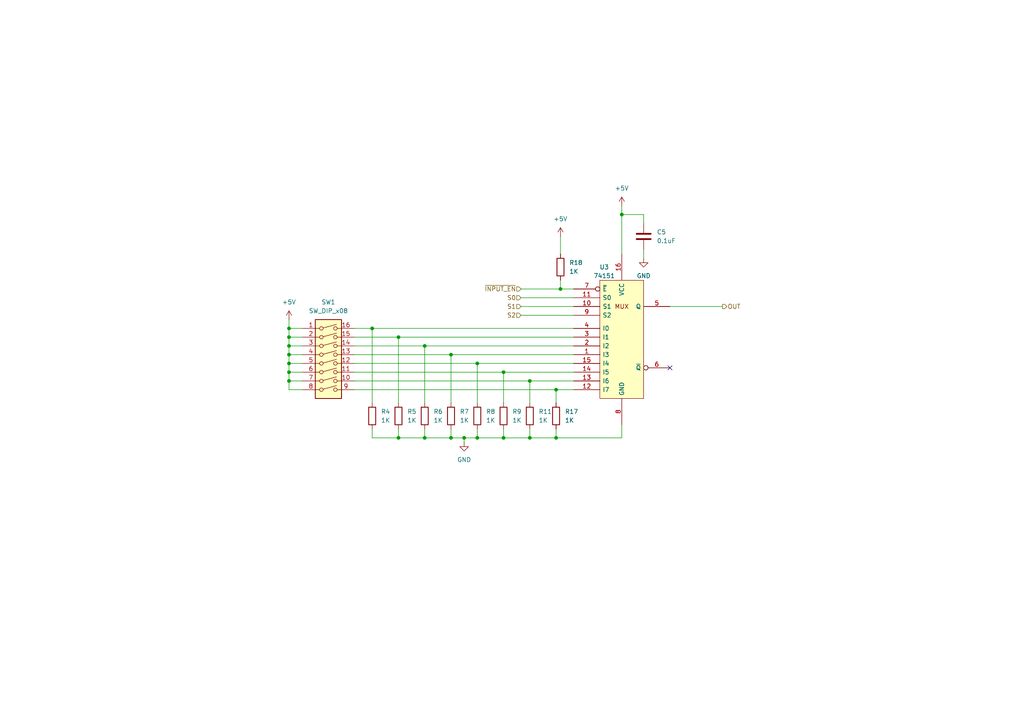
<source format=kicad_sch>
(kicad_sch (version 20211123) (generator eeschema)
  (paper "A4")
  (title_block (title "Speed controller") (date "2022-11-26") (rev "0.3") (company "Sidings Media") (comment 1 "Licence: CERN-OHL-P-2.0 or any later version"))
  (lib_symbols
    (symbol "74xx_IEEE:74151" (pin_names (offset 0.762))
      (property "Reference" "U?" (at -5.08 20.32 0))
      (property "Value" "74151" (at -5.08 17.78 0))
      (symbol "74151_0_0"
        (rectangle (start -6.35 16.51) (end 6.35 -17.78) (fill (type background)))
        (text "MUX" (at 0 8.89 0) (effects (font (size 1.27 1.27))))
        (pin power_in line (at 0 24.13 270) (length 7.62) (name "VCC") (number "16"))
        (pin power_in line (at 0 -25.4 90) (length 7.62) (name "GND") (number "8"))
      )
      (symbol "74151_1_1"
        (pin input line (at -13.97 -5.08 0) (length 7.62) (name "I3") (number "1"))
        (pin input line (at -13.97 8.89 0) (length 7.62) (name "S1") (number "10"))
        (pin input line (at -13.97 11.43 0) (length 7.62) (name "S0") (number "11"))
        (pin input line (at -13.97 -15.24 0) (length 7.62) (name "I7") (number "12"))
        (pin input line (at -13.97 -12.7 0) (length 7.62) (name "I6") (number "13"))
        (pin input line (at -13.97 -10.16 0) (length 7.62) (name "I5") (number "14"))
        (pin input line (at -13.97 -7.62 0) (length 7.62) (name "I4") (number "15"))
        (pin input line (at -13.97 -2.54 0) (length 7.62) (name "I2") (number "2"))
        (pin input line (at -13.97 0 0) (length 7.62) (name "I1") (number "3"))
        (pin input line (at -13.97 2.54 0) (length 7.62) (name "I0") (number "4"))
        (pin output line (at 13.97 8.89 180) (length 7.62) (name "Q") (number "5"))
        (pin output inverted (at 13.97 -8.89 180) (length 7.62) (name "~{Q}") (number "6"))
        (pin input inverted (at -13.97 13.97 0) (length 7.62) (name "~{E}") (number "7"))
        (pin input line (at -13.97 6.35 0) (length 7.62) (name "S2") (number "9"))
      )
    )
    (symbol "Device:C" (pin_numbers hide) (pin_names (offset 0.254))
      (property "Reference" "C" (at 0.635 2.54 0))
      (property "Value" "C" (at 0.635 -2.54 0))
      (symbol "C_0_1"
        (polyline (pts (xy -2.032 -0.762) (xy 2.032 -0.762)) (stroke (width 0.508)))
        (polyline (pts (xy -2.032 0.762) (xy 2.032 0.762)) (stroke (width 0.508)))
      )
      (symbol "C_1_1"
        (pin passive line (at 0 3.81 270) (length 2.794) (name "~") (number "1"))
        (pin passive line (at 0 -3.81 90) (length 2.794) (name "~") (number "2"))
      )
    )
    (symbol "Device:R" (pin_numbers hide) (pin_names (offset 0))
      (property "Reference" "R" (at 2.032 0 90))
      (property "Value" "R" (at 0 0 90))
      (symbol "R_0_1"
        (rectangle (start -1.016 -2.54) (end 1.016 2.54) (stroke (width 0.254)))
      )
      (symbol "R_1_1"
        (pin passive line (at 0 3.81 270) (length 1.27) (name "~") (number "1"))
        (pin passive line (at 0 -3.81 90) (length 1.27) (name "~") (number "2"))
      )
    )
    (symbol "Switch:SW_DIP_x08" (pin_names (offset 0) hide)
      (property "Reference" "SW" (at 0 13.97 0))
      (property "Value" "SW_DIP_x08" (at 0 -11.43 0))
      (symbol "SW_DIP_x08_0_0"
        (circle (center -2.032 -7.62) (radius 0.508))
        (circle (center -2.032 -5.08) (radius 0.508))
        (circle (center -2.032 -2.54) (radius 0.508))
        (circle (center -2.032 0) (radius 0.508))
        (circle (center -2.032 2.54) (radius 0.508))
        (circle (center -2.032 5.08) (radius 0.508))
        (circle (center -2.032 7.62) (radius 0.508))
        (circle (center -2.032 10.16) (radius 0.508))
        (polyline (pts (xy -1.524 -7.4676) (xy 2.3622 -6.4262)))
        (polyline (pts (xy -1.524 -4.9276) (xy 2.3622 -3.8862)))
        (polyline (pts (xy -1.524 -2.3876) (xy 2.3622 -1.3462)))
        (polyline (pts (xy -1.524 0.127) (xy 2.3622 1.1684)))
        (polyline (pts (xy -1.524 2.667) (xy 2.3622 3.7084)))
        (polyline (pts (xy -1.524 5.207) (xy 2.3622 6.2484)))
        (polyline (pts (xy -1.524 7.747) (xy 2.3622 8.7884)))
        (polyline (pts (xy -1.524 10.287) (xy 2.3622 11.3284)))
        (circle (center 2.032 -7.62) (radius 0.508))
        (circle (center 2.032 -5.08) (radius 0.508))
        (circle (center 2.032 -2.54) (radius 0.508))
        (circle (center 2.032 0) (radius 0.508))
        (circle (center 2.032 2.54) (radius 0.508))
        (circle (center 2.032 5.08) (radius 0.508))
        (circle (center 2.032 7.62) (radius 0.508))
        (circle (center 2.032 10.16) (radius 0.508))
      )
      (symbol "SW_DIP_x08_0_1"
        (rectangle (start -3.81 12.7) (end 3.81 -10.16) (stroke (width 0.254)) (fill (type background)))
      )
      (symbol "SW_DIP_x08_1_1"
        (pin passive line (at -7.62 10.16 0) (length 5.08) (name "~") (number "1"))
        (pin passive line (at 7.62 -5.08 180) (length 5.08) (name "~") (number "10"))
        (pin passive line (at 7.62 -2.54 180) (length 5.08) (name "~") (number "11"))
        (pin passive line (at 7.62 0 180) (length 5.08) (name "~") (number "12"))
        (pin passive line (at 7.62 2.54 180) (length 5.08) (name "~") (number "13"))
        (pin passive line (at 7.62 5.08 180) (length 5.08) (name "~") (number "14"))
        (pin passive line (at 7.62 7.62 180) (length 5.08) (name "~") (number "15"))
        (pin passive line (at 7.62 10.16 180) (length 5.08) (name "~") (number "16"))
        (pin passive line (at -7.62 7.62 0) (length 5.08) (name "~") (number "2"))
        (pin passive line (at -7.62 5.08 0) (length 5.08) (name "~") (number "3"))
        (pin passive line (at -7.62 2.54 0) (length 5.08) (name "~") (number "4"))
        (pin passive line (at -7.62 0 0) (length 5.08) (name "~") (number "5"))
        (pin passive line (at -7.62 -2.54 0) (length 5.08) (name "~") (number "6"))
        (pin passive line (at -7.62 -5.08 0) (length 5.08) (name "~") (number "7"))
        (pin passive line (at -7.62 -7.62 0) (length 5.08) (name "~") (number "8"))
        (pin passive line (at 7.62 -7.62 180) (length 5.08) (name "~") (number "9"))
      )
    )
    (symbol "power:+5V" (power) (pin_names (offset 0))
      (property "Value" "+5V" (at 0 3.556 0))
      (symbol "+5V_0_1"
        (polyline (pts (xy -0.762 1.27) (xy 0 2.54)))
        (polyline (pts (xy 0 0) (xy 0 2.54)))
        (polyline (pts (xy 0 2.54) (xy 0.762 1.27)))
      )
      (symbol "+5V_1_1"
        (pin power_in line (at 0 0 90) (length 0) hide (name "+5V") (number "1"))
      )
    )
    (symbol "power:GND" (power) (pin_names (offset 0))
      (property "Value" "GND" (at 0 -3.81 0))
      (symbol "GND_0_1"
        (polyline (pts (xy 0 0) (xy 0 -1.27) (xy 1.27 -1.27) (xy 0 -2.54) (xy -1.27 -1.27) (xy 0 -1.27)))
      )
      (symbol "GND_1_1"
        (pin power_in line (at 0 0 270) (length 0) hide (name "GND") (number "1"))
      )
    )
  )
  (junction (at 161.29 113.03))
  (junction (at 83.82 102.87))
  (junction (at 83.82 100.33))
  (junction (at 130.81 127))
  (junction (at 83.82 95.25))
  (junction (at 83.82 105.41))
  (junction (at 83.82 107.95))
  (junction (at 146.05 127))
  (junction (at 153.67 110.49))
  (junction (at 138.43 127))
  (junction (at 115.57 97.79))
  (junction (at 115.57 127))
  (junction (at 130.81 102.87))
  (junction (at 83.82 97.79))
  (junction (at 107.95 95.25))
  (junction (at 138.43 105.41))
  (junction (at 123.19 100.33))
  (junction (at 162.56 83.82))
  (junction (at 134.62 127))
  (junction (at 146.05 107.95))
  (junction (at 83.82 110.49))
  (junction (at 161.29 127))
  (junction (at 123.19 127))
  (junction (at 180.34 62.23))
  (junction (at 153.67 127))
  (no_connect (at 194.31 106.68))
  (wire (pts (xy 87.63 102.87) (xy 83.82 102.87)))
  (wire (pts (xy 83.82 105.41) (xy 83.82 102.87)))
  (wire (pts (xy 166.37 83.82) (xy 162.56 83.82)))
  (wire (pts (xy 134.62 127) (xy 138.43 127)))
  (wire (pts (xy 83.82 113.03) (xy 83.82 110.49)))
  (wire (pts (xy 83.82 100.33) (xy 83.82 97.79)))
  (wire (pts (xy 83.82 97.79) (xy 83.82 95.25)))
  (wire (pts (xy 138.43 105.41) (xy 166.37 105.41)))
  (wire (pts (xy 87.63 97.79) (xy 83.82 97.79)))
  (wire (pts (xy 130.81 102.87) (xy 130.81 116.84)))
  (wire (pts (xy 107.95 95.25) (xy 166.37 95.25)))
  (wire (pts (xy 180.34 127) (xy 161.29 127)))
  (wire (pts (xy 123.19 124.46) (xy 123.19 127)))
  (wire (pts (xy 194.31 88.9) (xy 209.55 88.9)))
  (wire (pts (xy 162.56 68.58) (xy 162.56 73.66)))
  (wire (pts (xy 138.43 127) (xy 146.05 127)))
  (wire (pts (xy 115.57 97.79) (xy 166.37 97.79)))
  (wire (pts (xy 83.82 95.25) (xy 87.63 95.25)))
  (wire (pts (xy 130.81 102.87) (xy 166.37 102.87)))
  (wire (pts (xy 153.67 127) (xy 161.29 127)))
  (wire (pts (xy 102.87 105.41) (xy 138.43 105.41)))
  (wire (pts (xy 102.87 97.79) (xy 115.57 97.79)))
  (wire (pts (xy 87.63 113.03) (xy 83.82 113.03)))
  (wire (pts (xy 123.19 127) (xy 130.81 127)))
  (wire (pts (xy 102.87 102.87) (xy 130.81 102.87)))
  (wire (pts (xy 83.82 92.71) (xy 83.82 95.25)))
  (wire (pts (xy 186.69 72.39) (xy 186.69 74.93)))
  (wire (pts (xy 151.13 88.9) (xy 166.37 88.9)))
  (wire (pts (xy 102.87 107.95) (xy 146.05 107.95)))
  (wire (pts (xy 161.29 113.03) (xy 166.37 113.03)))
  (wire (pts (xy 180.34 123.19) (xy 180.34 127)))
  (wire (pts (xy 138.43 105.41) (xy 138.43 116.84)))
  (wire (pts (xy 123.19 100.33) (xy 123.19 116.84)))
  (wire (pts (xy 146.05 124.46) (xy 146.05 127)))
  (wire (pts (xy 102.87 113.03) (xy 161.29 113.03)))
  (wire (pts (xy 115.57 127) (xy 123.19 127)))
  (wire (pts (xy 180.34 62.23) (xy 186.69 62.23)))
  (wire (pts (xy 115.57 124.46) (xy 115.57 127)))
  (wire (pts (xy 153.67 124.46) (xy 153.67 127)))
  (wire (pts (xy 83.82 107.95) (xy 83.82 105.41)))
  (wire (pts (xy 102.87 100.33) (xy 123.19 100.33)))
  (wire (pts (xy 151.13 83.82) (xy 162.56 83.82)))
  (wire (pts (xy 130.81 127) (xy 134.62 127)))
  (wire (pts (xy 146.05 127) (xy 153.67 127)))
  (wire (pts (xy 87.63 107.95) (xy 83.82 107.95)))
  (wire (pts (xy 153.67 110.49) (xy 166.37 110.49)))
  (wire (pts (xy 162.56 83.82) (xy 162.56 81.28)))
  (wire (pts (xy 146.05 107.95) (xy 166.37 107.95)))
  (wire (pts (xy 146.05 107.95) (xy 146.05 116.84)))
  (wire (pts (xy 87.63 110.49) (xy 83.82 110.49)))
  (wire (pts (xy 186.69 62.23) (xy 186.69 64.77)))
  (wire (pts (xy 87.63 100.33) (xy 83.82 100.33)))
  (wire (pts (xy 161.29 127) (xy 161.29 124.46)))
  (wire (pts (xy 83.82 102.87) (xy 83.82 100.33)))
  (wire (pts (xy 87.63 105.41) (xy 83.82 105.41)))
  (wire (pts (xy 161.29 113.03) (xy 161.29 116.84)))
  (wire (pts (xy 180.34 59.69) (xy 180.34 62.23)))
  (wire (pts (xy 102.87 95.25) (xy 107.95 95.25)))
  (wire (pts (xy 134.62 127) (xy 134.62 128.27)))
  (wire (pts (xy 107.95 124.46) (xy 107.95 127)))
  (wire (pts (xy 180.34 62.23) (xy 180.34 73.66)))
  (wire (pts (xy 115.57 97.79) (xy 115.57 116.84)))
  (wire (pts (xy 102.87 110.49) (xy 153.67 110.49)))
  (wire (pts (xy 130.81 124.46) (xy 130.81 127)))
  (wire (pts (xy 107.95 95.25) (xy 107.95 116.84)))
  (wire (pts (xy 83.82 110.49) (xy 83.82 107.95)))
  (wire (pts (xy 153.67 110.49) (xy 153.67 116.84)))
  (wire (pts (xy 151.13 91.44) (xy 166.37 91.44)))
  (wire (pts (xy 107.95 127) (xy 115.57 127)))
  (wire (pts (xy 138.43 124.46) (xy 138.43 127)))
  (wire (pts (xy 151.13 86.36) (xy 166.37 86.36)))
  (wire (pts (xy 123.19 100.33) (xy 166.37 100.33)))
  (hierarchical_label "S0" (shape input) (at 151.13 86.36 180))
  (hierarchical_label "S1" (shape input) (at 151.13 88.9 180))
  (hierarchical_label "S2" (shape input) (at 151.13 91.44 180))
  (hierarchical_label "~{INPUT_EN}" (shape input) (at 151.13 83.82 180))
  (hierarchical_label "OUT" (shape output) (at 209.55 88.9 0))
  (symbol (lib_id "Device:R") (at 138.43 120.65 0) (unit 1)
    (property "Reference" "R8" (at 140.97 119.3799 0) (effects (justify left)))
    (property "Value" "1K" (at 140.97 121.9199 0) (effects (justify left)))
    (property "Footprint" "Resistor_THT:R_Axial_DIN0207_L6.3mm_D2.5mm_P7.62mm_Horizontal" (effects hide))
  )
  (symbol (lib_id "Switch:SW_DIP_x08") (at 95.25 105.41 0) (unit 1)
    (property "Reference" "SW1" (at 95.25 87.63 0))
    (property "Value" "SW_DIP_x08" (at 95.25 90.17 0))
    (property "Footprint" "Package_DIP:DIP-16_W7.62mm" (effects hide))
  )
  (symbol (lib_id "Device:R") (at 161.29 120.65 0) (unit 1)
    (property "Reference" "R17" (at 163.83 119.3799 0) (effects (justify left)))
    (property "Value" "1K" (at 163.83 121.9199 0) (effects (justify left)))
    (property "Footprint" "Resistor_THT:R_Axial_DIN0207_L6.3mm_D2.5mm_P7.62mm_Horizontal" (effects hide))
  )
  (symbol (lib_id "Device:R") (at 115.57 120.65 0) (unit 1)
    (property "Reference" "R5" (at 118.11 119.3799 0) (effects (justify left)))
    (property "Value" "1K" (at 118.11 121.9199 0) (effects (justify left)))
    (property "Footprint" "Resistor_THT:R_Axial_DIN0207_L6.3mm_D2.5mm_P7.62mm_Horizontal" (effects hide))
  )
  (symbol (lib_id "Device:R") (at 130.81 120.65 0) (unit 1)
    (property "Reference" "R7" (at 133.35 119.3799 0) (effects (justify left)))
    (property "Value" "1K" (at 133.35 121.9199 0) (effects (justify left)))
    (property "Footprint" "Resistor_THT:R_Axial_DIN0207_L6.3mm_D2.5mm_P7.62mm_Horizontal" (effects hide))
  )
  (symbol (lib_id "power:GND") (at 186.69 74.93 0) (unit 1)
    (property "Reference" "#PWR027" (effects hide))
    (property "Value" "GND" (at 186.69 80.01 0))
  )
  (symbol (lib_id "Device:R") (at 146.05 120.65 0) (unit 1)
    (property "Reference" "R9" (at 148.59 119.3799 0) (effects (justify left)))
    (property "Value" "1K" (at 148.59 121.9199 0) (effects (justify left)))
    (property "Footprint" "Resistor_THT:R_Axial_DIN0207_L6.3mm_D2.5mm_P7.62mm_Horizontal" (effects hide))
  )
  (symbol (lib_id "Device:R") (at 107.95 120.65 0) (unit 1)
    (property "Reference" "R4" (at 110.49 119.3799 0) (effects (justify left)))
    (property "Value" "1K" (at 110.49 121.9199 0) (effects (justify left)))
    (property "Footprint" "Resistor_THT:R_Axial_DIN0207_L6.3mm_D2.5mm_P7.62mm_Horizontal" (effects hide))
  )
  (symbol (lib_id "power:+5V") (at 180.34 59.69 0) (unit 1)
    (property "Reference" "#PWR026" (effects hide))
    (property "Value" "+5V" (at 180.34 54.61 0))
  )
  (symbol (lib_id "Device:R") (at 162.56 77.47 0) (unit 1)
    (property "Reference" "R18" (at 165.1 76.1999 0) (effects (justify left)))
    (property "Value" "1K" (at 165.1 78.7399 0) (effects (justify left)))
    (property "Footprint" "Resistor_THT:R_Axial_DIN0207_L6.3mm_D2.5mm_P7.62mm_Horizontal" (effects hide))
  )
  (symbol (lib_id "Device:C") (at 186.69 68.58 0) (unit 1)
    (property "Reference" "C5" (at 190.5 67.3099 0) (effects (justify left)))
    (property "Value" "0.1uF" (at 190.5 69.8499 0) (effects (justify left)))
    (property "Footprint" "Capacitor_THT:C_Disc_D4.7mm_W2.5mm_P5.00mm" (effects hide))
  )
  (symbol (lib_id "power:+5V") (at 162.56 68.58 0) (unit 1)
    (property "Reference" "#PWR024" (effects hide))
    (property "Value" "+5V" (at 162.56 63.5 0))
  )
  (symbol (lib_id "power:GND") (at 134.62 128.27 0) (unit 1)
    (property "Reference" "#PWR023" (effects hide))
    (property "Value" "GND" (at 134.62 133.35 0))
  )
  (symbol (lib_id "power:+5V") (at 83.82 92.71 0) (unit 1)
    (property "Reference" "#PWR022" (effects hide))
    (property "Value" "+5V" (at 83.82 87.63 0))
  )
  (symbol (lib_id "Device:R") (at 153.67 120.65 0) (unit 1)
    (property "Reference" "R11" (at 156.21 119.3799 0) (effects (justify left)))
    (property "Value" "1K" (at 156.21 121.9199 0) (effects (justify left)))
    (property "Footprint" "Resistor_THT:R_Axial_DIN0207_L6.3mm_D2.5mm_P7.62mm_Horizontal" (effects hide))
  )
  (symbol (lib_id "74xx_IEEE:74151") (at 180.34 97.79 0) (unit 1)
    (property "Reference" "U3" (at 175.26 77.47 0))
    (property "Value" "74151" (at 175.26 80.01 0))
    (property "Footprint" "Package_DIP:DIP-16_W7.62mm" (effects hide))
  )
  (symbol (lib_id "Device:R") (at 123.19 120.65 0) (unit 1)
    (property "Reference" "R6" (at 125.73 119.3799 0) (effects (justify left)))
    (property "Value" "1K" (at 125.73 121.9199 0) (effects (justify left)))
    (property "Footprint" "Resistor_THT:R_Axial_DIN0207_L6.3mm_D2.5mm_P7.62mm_Horizontal" (effects hide))
  )
)
</source>
